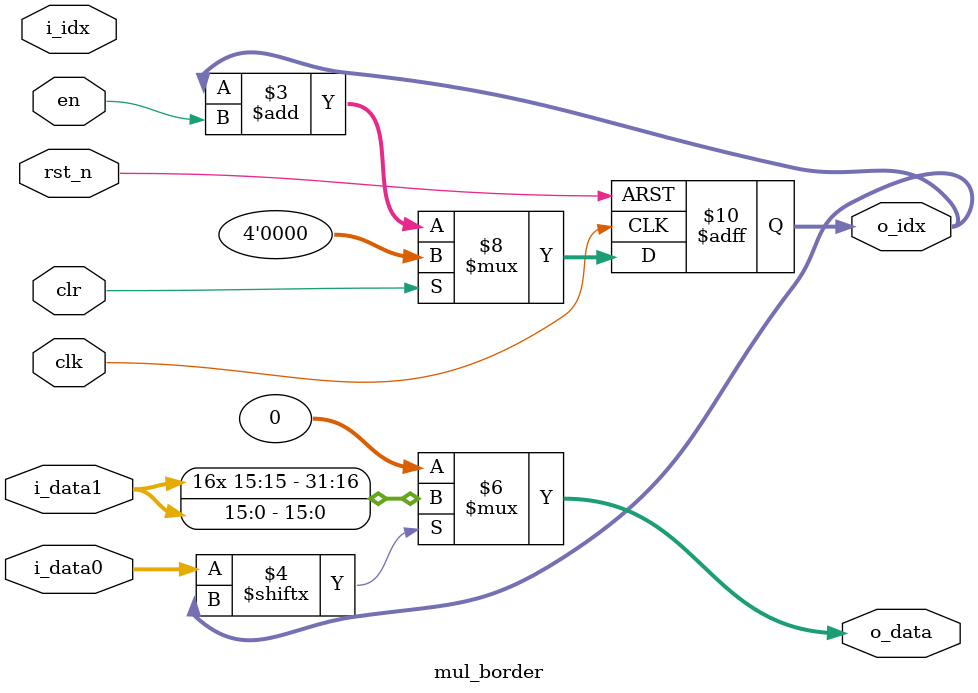
<source format=sv>
`ifndef _mul_border_
`define _mul_border_

module mul_border #(
    parameter WIDTH=16,
    parameter DEPTH=4
) (
    input logic clk,
    input logic rst_n,
    input logic en,
    input logic clr,
    input logic [DEPTH-1 : 0] i_idx,
    input logic signed [WIDTH-1 : 0] i_data0,
    input logic signed [WIDTH-1 : 0] i_data1,
    output logic [DEPTH-1 : 0] o_idx,
    output logic signed [WIDTH*2-1 : 0] o_data
);

    always_ff @(posedge clk or negedge rst_n) begin : o_idx_0
        if (~rst_n) begin
            o_idx <= 0;
        end else begin
            if (clr) begin
                o_idx <= 0;
            end else begin
                o_idx <= o_idx + en;
            end
        end
    end
    
    assign o_data = (i_data0[o_idx] ? i_data1 : 0);
    
endmodule

`endif
</source>
